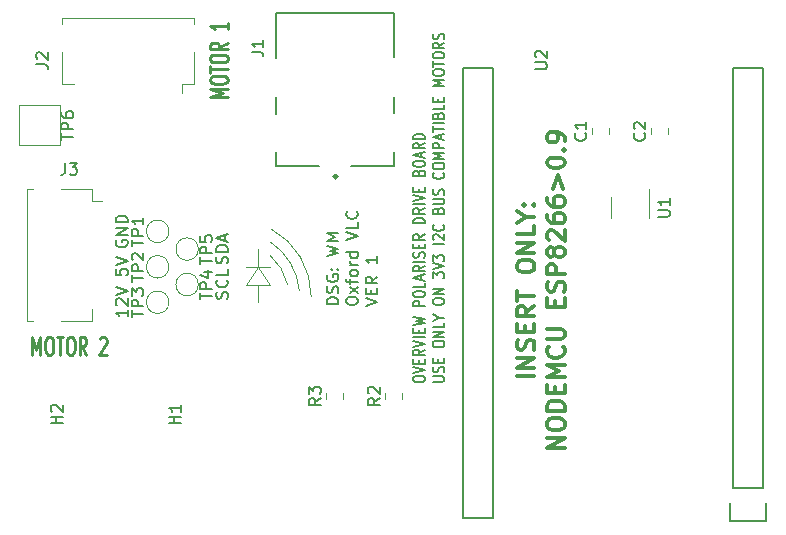
<source format=gbr>
G04 #@! TF.GenerationSoftware,KiCad,Pcbnew,5.1.5-52549c5~84~ubuntu18.04.1*
G04 #@! TF.CreationDate,2020-03-16T02:25:55+00:00*
G04 #@! TF.ProjectId,polariser_drive,706f6c61-7269-4736-9572-5f6472697665,rev?*
G04 #@! TF.SameCoordinates,Original*
G04 #@! TF.FileFunction,Legend,Top*
G04 #@! TF.FilePolarity,Positive*
%FSLAX46Y46*%
G04 Gerber Fmt 4.6, Leading zero omitted, Abs format (unit mm)*
G04 Created by KiCad (PCBNEW 5.1.5-52549c5~84~ubuntu18.04.1) date 2020-03-16 02:25:55*
%MOMM*%
%LPD*%
G04 APERTURE LIST*
%ADD10C,0.250000*%
%ADD11C,0.150000*%
%ADD12C,0.300000*%
%ADD13C,0.120000*%
%ADD14C,0.127000*%
G04 APERTURE END LIST*
D10*
X49400595Y-57428571D02*
X49400595Y-55928571D01*
X49733928Y-57000000D01*
X50067261Y-55928571D01*
X50067261Y-57428571D01*
X50733928Y-55928571D02*
X50924404Y-55928571D01*
X51019642Y-56000000D01*
X51114880Y-56142857D01*
X51162500Y-56428571D01*
X51162500Y-56928571D01*
X51114880Y-57214285D01*
X51019642Y-57357142D01*
X50924404Y-57428571D01*
X50733928Y-57428571D01*
X50638690Y-57357142D01*
X50543452Y-57214285D01*
X50495833Y-56928571D01*
X50495833Y-56428571D01*
X50543452Y-56142857D01*
X50638690Y-56000000D01*
X50733928Y-55928571D01*
X51448214Y-55928571D02*
X52019642Y-55928571D01*
X51733928Y-57428571D02*
X51733928Y-55928571D01*
X52543452Y-55928571D02*
X52733928Y-55928571D01*
X52829166Y-56000000D01*
X52924404Y-56142857D01*
X52972023Y-56428571D01*
X52972023Y-56928571D01*
X52924404Y-57214285D01*
X52829166Y-57357142D01*
X52733928Y-57428571D01*
X52543452Y-57428571D01*
X52448214Y-57357142D01*
X52352976Y-57214285D01*
X52305357Y-56928571D01*
X52305357Y-56428571D01*
X52352976Y-56142857D01*
X52448214Y-56000000D01*
X52543452Y-55928571D01*
X53972023Y-57428571D02*
X53638690Y-56714285D01*
X53400595Y-57428571D02*
X53400595Y-55928571D01*
X53781547Y-55928571D01*
X53876785Y-56000000D01*
X53924404Y-56071428D01*
X53972023Y-56214285D01*
X53972023Y-56428571D01*
X53924404Y-56571428D01*
X53876785Y-56642857D01*
X53781547Y-56714285D01*
X53400595Y-56714285D01*
X55114880Y-56071428D02*
X55162500Y-56000000D01*
X55257738Y-55928571D01*
X55495833Y-55928571D01*
X55591071Y-56000000D01*
X55638690Y-56071428D01*
X55686309Y-56214285D01*
X55686309Y-56357142D01*
X55638690Y-56571428D01*
X55067261Y-57428571D01*
X55686309Y-57428571D01*
X65928571Y-35599404D02*
X64428571Y-35599404D01*
X65500000Y-35266071D01*
X64428571Y-34932738D01*
X65928571Y-34932738D01*
X64428571Y-34266071D02*
X64428571Y-34075595D01*
X64500000Y-33980357D01*
X64642857Y-33885119D01*
X64928571Y-33837500D01*
X65428571Y-33837500D01*
X65714285Y-33885119D01*
X65857142Y-33980357D01*
X65928571Y-34075595D01*
X65928571Y-34266071D01*
X65857142Y-34361309D01*
X65714285Y-34456547D01*
X65428571Y-34504166D01*
X64928571Y-34504166D01*
X64642857Y-34456547D01*
X64500000Y-34361309D01*
X64428571Y-34266071D01*
X64428571Y-33551785D02*
X64428571Y-32980357D01*
X65928571Y-33266071D02*
X64428571Y-33266071D01*
X64428571Y-32456547D02*
X64428571Y-32266071D01*
X64500000Y-32170833D01*
X64642857Y-32075595D01*
X64928571Y-32027976D01*
X65428571Y-32027976D01*
X65714285Y-32075595D01*
X65857142Y-32170833D01*
X65928571Y-32266071D01*
X65928571Y-32456547D01*
X65857142Y-32551785D01*
X65714285Y-32647023D01*
X65428571Y-32694642D01*
X64928571Y-32694642D01*
X64642857Y-32647023D01*
X64500000Y-32551785D01*
X64428571Y-32456547D01*
X65928571Y-31027976D02*
X65214285Y-31361309D01*
X65928571Y-31599404D02*
X64428571Y-31599404D01*
X64428571Y-31218452D01*
X64500000Y-31123214D01*
X64571428Y-31075595D01*
X64714285Y-31027976D01*
X64928571Y-31027976D01*
X65071428Y-31075595D01*
X65142857Y-31123214D01*
X65214285Y-31218452D01*
X65214285Y-31599404D01*
X65928571Y-29313690D02*
X65928571Y-29885119D01*
X65928571Y-29599404D02*
X64428571Y-29599404D01*
X64642857Y-29694642D01*
X64785714Y-29789880D01*
X64857142Y-29885119D01*
D11*
X65904761Y-52690476D02*
X65952380Y-52547619D01*
X65952380Y-52309523D01*
X65904761Y-52214285D01*
X65857142Y-52166666D01*
X65761904Y-52119047D01*
X65666666Y-52119047D01*
X65571428Y-52166666D01*
X65523809Y-52214285D01*
X65476190Y-52309523D01*
X65428571Y-52500000D01*
X65380952Y-52595238D01*
X65333333Y-52642857D01*
X65238095Y-52690476D01*
X65142857Y-52690476D01*
X65047619Y-52642857D01*
X65000000Y-52595238D01*
X64952380Y-52500000D01*
X64952380Y-52261904D01*
X65000000Y-52119047D01*
X65857142Y-51119047D02*
X65904761Y-51166666D01*
X65952380Y-51309523D01*
X65952380Y-51404761D01*
X65904761Y-51547619D01*
X65809523Y-51642857D01*
X65714285Y-51690476D01*
X65523809Y-51738095D01*
X65380952Y-51738095D01*
X65190476Y-51690476D01*
X65095238Y-51642857D01*
X65000000Y-51547619D01*
X64952380Y-51404761D01*
X64952380Y-51309523D01*
X65000000Y-51166666D01*
X65047619Y-51119047D01*
X65952380Y-50214285D02*
X65952380Y-50690476D01*
X64952380Y-50690476D01*
D12*
X91903571Y-59250000D02*
X90403571Y-59250000D01*
X91903571Y-58535714D02*
X90403571Y-58535714D01*
X91903571Y-57678571D01*
X90403571Y-57678571D01*
X91832142Y-57035714D02*
X91903571Y-56821428D01*
X91903571Y-56464285D01*
X91832142Y-56321428D01*
X91760714Y-56250000D01*
X91617857Y-56178571D01*
X91475000Y-56178571D01*
X91332142Y-56250000D01*
X91260714Y-56321428D01*
X91189285Y-56464285D01*
X91117857Y-56750000D01*
X91046428Y-56892857D01*
X90975000Y-56964285D01*
X90832142Y-57035714D01*
X90689285Y-57035714D01*
X90546428Y-56964285D01*
X90475000Y-56892857D01*
X90403571Y-56750000D01*
X90403571Y-56392857D01*
X90475000Y-56178571D01*
X91117857Y-55535714D02*
X91117857Y-55035714D01*
X91903571Y-54821428D02*
X91903571Y-55535714D01*
X90403571Y-55535714D01*
X90403571Y-54821428D01*
X91903571Y-53321428D02*
X91189285Y-53821428D01*
X91903571Y-54178571D02*
X90403571Y-54178571D01*
X90403571Y-53607142D01*
X90475000Y-53464285D01*
X90546428Y-53392857D01*
X90689285Y-53321428D01*
X90903571Y-53321428D01*
X91046428Y-53392857D01*
X91117857Y-53464285D01*
X91189285Y-53607142D01*
X91189285Y-54178571D01*
X90403571Y-52892857D02*
X90403571Y-52035714D01*
X91903571Y-52464285D02*
X90403571Y-52464285D01*
X90403571Y-50107142D02*
X90403571Y-49821428D01*
X90475000Y-49678571D01*
X90617857Y-49535714D01*
X90903571Y-49464285D01*
X91403571Y-49464285D01*
X91689285Y-49535714D01*
X91832142Y-49678571D01*
X91903571Y-49821428D01*
X91903571Y-50107142D01*
X91832142Y-50250000D01*
X91689285Y-50392857D01*
X91403571Y-50464285D01*
X90903571Y-50464285D01*
X90617857Y-50392857D01*
X90475000Y-50250000D01*
X90403571Y-50107142D01*
X91903571Y-48821428D02*
X90403571Y-48821428D01*
X91903571Y-47964285D01*
X90403571Y-47964285D01*
X91903571Y-46535714D02*
X91903571Y-47250000D01*
X90403571Y-47250000D01*
X91189285Y-45750000D02*
X91903571Y-45750000D01*
X90403571Y-46250000D02*
X91189285Y-45750000D01*
X90403571Y-45250000D01*
X91760714Y-44750000D02*
X91832142Y-44678571D01*
X91903571Y-44750000D01*
X91832142Y-44821428D01*
X91760714Y-44750000D01*
X91903571Y-44750000D01*
X90975000Y-44750000D02*
X91046428Y-44678571D01*
X91117857Y-44750000D01*
X91046428Y-44821428D01*
X90975000Y-44750000D01*
X91117857Y-44750000D01*
X94453571Y-65321428D02*
X92953571Y-65321428D01*
X94453571Y-64464285D01*
X92953571Y-64464285D01*
X92953571Y-63464285D02*
X92953571Y-63178571D01*
X93025000Y-63035714D01*
X93167857Y-62892857D01*
X93453571Y-62821428D01*
X93953571Y-62821428D01*
X94239285Y-62892857D01*
X94382142Y-63035714D01*
X94453571Y-63178571D01*
X94453571Y-63464285D01*
X94382142Y-63607142D01*
X94239285Y-63750000D01*
X93953571Y-63821428D01*
X93453571Y-63821428D01*
X93167857Y-63750000D01*
X93025000Y-63607142D01*
X92953571Y-63464285D01*
X94453571Y-62178571D02*
X92953571Y-62178571D01*
X92953571Y-61821428D01*
X93025000Y-61607142D01*
X93167857Y-61464285D01*
X93310714Y-61392857D01*
X93596428Y-61321428D01*
X93810714Y-61321428D01*
X94096428Y-61392857D01*
X94239285Y-61464285D01*
X94382142Y-61607142D01*
X94453571Y-61821428D01*
X94453571Y-62178571D01*
X93667857Y-60678571D02*
X93667857Y-60178571D01*
X94453571Y-59964285D02*
X94453571Y-60678571D01*
X92953571Y-60678571D01*
X92953571Y-59964285D01*
X94453571Y-59321428D02*
X92953571Y-59321428D01*
X94025000Y-58821428D01*
X92953571Y-58321428D01*
X94453571Y-58321428D01*
X94310714Y-56750000D02*
X94382142Y-56821428D01*
X94453571Y-57035714D01*
X94453571Y-57178571D01*
X94382142Y-57392857D01*
X94239285Y-57535714D01*
X94096428Y-57607142D01*
X93810714Y-57678571D01*
X93596428Y-57678571D01*
X93310714Y-57607142D01*
X93167857Y-57535714D01*
X93025000Y-57392857D01*
X92953571Y-57178571D01*
X92953571Y-57035714D01*
X93025000Y-56821428D01*
X93096428Y-56750000D01*
X92953571Y-56107142D02*
X94167857Y-56107142D01*
X94310714Y-56035714D01*
X94382142Y-55964285D01*
X94453571Y-55821428D01*
X94453571Y-55535714D01*
X94382142Y-55392857D01*
X94310714Y-55321428D01*
X94167857Y-55250000D01*
X92953571Y-55250000D01*
X93667857Y-53392857D02*
X93667857Y-52892857D01*
X94453571Y-52678571D02*
X94453571Y-53392857D01*
X92953571Y-53392857D01*
X92953571Y-52678571D01*
X94382142Y-52107142D02*
X94453571Y-51892857D01*
X94453571Y-51535714D01*
X94382142Y-51392857D01*
X94310714Y-51321428D01*
X94167857Y-51250000D01*
X94025000Y-51250000D01*
X93882142Y-51321428D01*
X93810714Y-51392857D01*
X93739285Y-51535714D01*
X93667857Y-51821428D01*
X93596428Y-51964285D01*
X93525000Y-52035714D01*
X93382142Y-52107142D01*
X93239285Y-52107142D01*
X93096428Y-52035714D01*
X93025000Y-51964285D01*
X92953571Y-51821428D01*
X92953571Y-51464285D01*
X93025000Y-51250000D01*
X94453571Y-50607142D02*
X92953571Y-50607142D01*
X92953571Y-50035714D01*
X93025000Y-49892857D01*
X93096428Y-49821428D01*
X93239285Y-49750000D01*
X93453571Y-49750000D01*
X93596428Y-49821428D01*
X93667857Y-49892857D01*
X93739285Y-50035714D01*
X93739285Y-50607142D01*
X93596428Y-48892857D02*
X93525000Y-49035714D01*
X93453571Y-49107142D01*
X93310714Y-49178571D01*
X93239285Y-49178571D01*
X93096428Y-49107142D01*
X93025000Y-49035714D01*
X92953571Y-48892857D01*
X92953571Y-48607142D01*
X93025000Y-48464285D01*
X93096428Y-48392857D01*
X93239285Y-48321428D01*
X93310714Y-48321428D01*
X93453571Y-48392857D01*
X93525000Y-48464285D01*
X93596428Y-48607142D01*
X93596428Y-48892857D01*
X93667857Y-49035714D01*
X93739285Y-49107142D01*
X93882142Y-49178571D01*
X94167857Y-49178571D01*
X94310714Y-49107142D01*
X94382142Y-49035714D01*
X94453571Y-48892857D01*
X94453571Y-48607142D01*
X94382142Y-48464285D01*
X94310714Y-48392857D01*
X94167857Y-48321428D01*
X93882142Y-48321428D01*
X93739285Y-48392857D01*
X93667857Y-48464285D01*
X93596428Y-48607142D01*
X93096428Y-47750000D02*
X93025000Y-47678571D01*
X92953571Y-47535714D01*
X92953571Y-47178571D01*
X93025000Y-47035714D01*
X93096428Y-46964285D01*
X93239285Y-46892857D01*
X93382142Y-46892857D01*
X93596428Y-46964285D01*
X94453571Y-47821428D01*
X94453571Y-46892857D01*
X92953571Y-45607142D02*
X92953571Y-45892857D01*
X93025000Y-46035714D01*
X93096428Y-46107142D01*
X93310714Y-46250000D01*
X93596428Y-46321428D01*
X94167857Y-46321428D01*
X94310714Y-46250000D01*
X94382142Y-46178571D01*
X94453571Y-46035714D01*
X94453571Y-45750000D01*
X94382142Y-45607142D01*
X94310714Y-45535714D01*
X94167857Y-45464285D01*
X93810714Y-45464285D01*
X93667857Y-45535714D01*
X93596428Y-45607142D01*
X93525000Y-45750000D01*
X93525000Y-46035714D01*
X93596428Y-46178571D01*
X93667857Y-46250000D01*
X93810714Y-46321428D01*
X92953571Y-44178571D02*
X92953571Y-44464285D01*
X93025000Y-44607142D01*
X93096428Y-44678571D01*
X93310714Y-44821428D01*
X93596428Y-44892857D01*
X94167857Y-44892857D01*
X94310714Y-44821428D01*
X94382142Y-44750000D01*
X94453571Y-44607142D01*
X94453571Y-44321428D01*
X94382142Y-44178571D01*
X94310714Y-44107142D01*
X94167857Y-44035714D01*
X93810714Y-44035714D01*
X93667857Y-44107142D01*
X93596428Y-44178571D01*
X93525000Y-44321428D01*
X93525000Y-44607142D01*
X93596428Y-44750000D01*
X93667857Y-44821428D01*
X93810714Y-44892857D01*
X93453571Y-43392857D02*
X93882142Y-42250000D01*
X94310714Y-43392857D01*
X92953571Y-41250000D02*
X92953571Y-41107142D01*
X93025000Y-40964285D01*
X93096428Y-40892857D01*
X93239285Y-40821428D01*
X93525000Y-40750000D01*
X93882142Y-40750000D01*
X94167857Y-40821428D01*
X94310714Y-40892857D01*
X94382142Y-40964285D01*
X94453571Y-41107142D01*
X94453571Y-41250000D01*
X94382142Y-41392857D01*
X94310714Y-41464285D01*
X94167857Y-41535714D01*
X93882142Y-41607142D01*
X93525000Y-41607142D01*
X93239285Y-41535714D01*
X93096428Y-41464285D01*
X93025000Y-41392857D01*
X92953571Y-41250000D01*
X94310714Y-40107142D02*
X94382142Y-40035714D01*
X94453571Y-40107142D01*
X94382142Y-40178571D01*
X94310714Y-40107142D01*
X94453571Y-40107142D01*
X94453571Y-39321428D02*
X94453571Y-39035714D01*
X94382142Y-38892857D01*
X94310714Y-38821428D01*
X94096428Y-38678571D01*
X93810714Y-38607142D01*
X93239285Y-38607142D01*
X93096428Y-38678571D01*
X93025000Y-38750000D01*
X92953571Y-38892857D01*
X92953571Y-39178571D01*
X93025000Y-39321428D01*
X93096428Y-39392857D01*
X93239285Y-39464285D01*
X93596428Y-39464285D01*
X93739285Y-39392857D01*
X93810714Y-39321428D01*
X93882142Y-39178571D01*
X93882142Y-38892857D01*
X93810714Y-38750000D01*
X93739285Y-38678571D01*
X93596428Y-38607142D01*
D11*
X75302380Y-53164404D02*
X74302380Y-53164404D01*
X74302380Y-52926309D01*
X74350000Y-52783452D01*
X74445238Y-52688214D01*
X74540476Y-52640595D01*
X74730952Y-52592976D01*
X74873809Y-52592976D01*
X75064285Y-52640595D01*
X75159523Y-52688214D01*
X75254761Y-52783452D01*
X75302380Y-52926309D01*
X75302380Y-53164404D01*
X75254761Y-52212023D02*
X75302380Y-52069166D01*
X75302380Y-51831071D01*
X75254761Y-51735833D01*
X75207142Y-51688214D01*
X75111904Y-51640595D01*
X75016666Y-51640595D01*
X74921428Y-51688214D01*
X74873809Y-51735833D01*
X74826190Y-51831071D01*
X74778571Y-52021547D01*
X74730952Y-52116785D01*
X74683333Y-52164404D01*
X74588095Y-52212023D01*
X74492857Y-52212023D01*
X74397619Y-52164404D01*
X74350000Y-52116785D01*
X74302380Y-52021547D01*
X74302380Y-51783452D01*
X74350000Y-51640595D01*
X74350000Y-50688214D02*
X74302380Y-50783452D01*
X74302380Y-50926309D01*
X74350000Y-51069166D01*
X74445238Y-51164404D01*
X74540476Y-51212023D01*
X74730952Y-51259642D01*
X74873809Y-51259642D01*
X75064285Y-51212023D01*
X75159523Y-51164404D01*
X75254761Y-51069166D01*
X75302380Y-50926309D01*
X75302380Y-50831071D01*
X75254761Y-50688214D01*
X75207142Y-50640595D01*
X74873809Y-50640595D01*
X74873809Y-50831071D01*
X75207142Y-50212023D02*
X75254761Y-50164404D01*
X75302380Y-50212023D01*
X75254761Y-50259642D01*
X75207142Y-50212023D01*
X75302380Y-50212023D01*
X74683333Y-50212023D02*
X74730952Y-50164404D01*
X74778571Y-50212023D01*
X74730952Y-50259642D01*
X74683333Y-50212023D01*
X74778571Y-50212023D01*
X74302380Y-49069166D02*
X75302380Y-48831071D01*
X74588095Y-48640595D01*
X75302380Y-48450119D01*
X74302380Y-48212023D01*
X75302380Y-47831071D02*
X74302380Y-47831071D01*
X75016666Y-47497738D01*
X74302380Y-47164404D01*
X75302380Y-47164404D01*
X75952380Y-52973928D02*
X75952380Y-52783452D01*
X76000000Y-52688214D01*
X76095238Y-52592976D01*
X76285714Y-52545357D01*
X76619047Y-52545357D01*
X76809523Y-52592976D01*
X76904761Y-52688214D01*
X76952380Y-52783452D01*
X76952380Y-52973928D01*
X76904761Y-53069166D01*
X76809523Y-53164404D01*
X76619047Y-53212023D01*
X76285714Y-53212023D01*
X76095238Y-53164404D01*
X76000000Y-53069166D01*
X75952380Y-52973928D01*
X76952380Y-52212023D02*
X76285714Y-51688214D01*
X76285714Y-52212023D02*
X76952380Y-51688214D01*
X76285714Y-51450119D02*
X76285714Y-51069166D01*
X76952380Y-51307261D02*
X76095238Y-51307261D01*
X76000000Y-51259642D01*
X75952380Y-51164404D01*
X75952380Y-51069166D01*
X76952380Y-50592976D02*
X76904761Y-50688214D01*
X76857142Y-50735833D01*
X76761904Y-50783452D01*
X76476190Y-50783452D01*
X76380952Y-50735833D01*
X76333333Y-50688214D01*
X76285714Y-50592976D01*
X76285714Y-50450119D01*
X76333333Y-50354880D01*
X76380952Y-50307261D01*
X76476190Y-50259642D01*
X76761904Y-50259642D01*
X76857142Y-50307261D01*
X76904761Y-50354880D01*
X76952380Y-50450119D01*
X76952380Y-50592976D01*
X76952380Y-49831071D02*
X76285714Y-49831071D01*
X76476190Y-49831071D02*
X76380952Y-49783452D01*
X76333333Y-49735833D01*
X76285714Y-49640595D01*
X76285714Y-49545357D01*
X76952380Y-48783452D02*
X75952380Y-48783452D01*
X76904761Y-48783452D02*
X76952380Y-48878690D01*
X76952380Y-49069166D01*
X76904761Y-49164404D01*
X76857142Y-49212023D01*
X76761904Y-49259642D01*
X76476190Y-49259642D01*
X76380952Y-49212023D01*
X76333333Y-49164404D01*
X76285714Y-49069166D01*
X76285714Y-48878690D01*
X76333333Y-48783452D01*
X75952380Y-47688214D02*
X76952380Y-47354880D01*
X75952380Y-47021547D01*
X76952380Y-46212023D02*
X76952380Y-46688214D01*
X75952380Y-46688214D01*
X76857142Y-45307261D02*
X76904761Y-45354880D01*
X76952380Y-45497738D01*
X76952380Y-45592976D01*
X76904761Y-45735833D01*
X76809523Y-45831071D01*
X76714285Y-45878690D01*
X76523809Y-45926309D01*
X76380952Y-45926309D01*
X76190476Y-45878690D01*
X76095238Y-45831071D01*
X76000000Y-45735833D01*
X75952380Y-45592976D01*
X75952380Y-45497738D01*
X76000000Y-45354880D01*
X76047619Y-45307261D01*
X77602380Y-53307261D02*
X78602380Y-52973928D01*
X77602380Y-52640595D01*
X78078571Y-52307261D02*
X78078571Y-51973928D01*
X78602380Y-51831071D02*
X78602380Y-52307261D01*
X77602380Y-52307261D01*
X77602380Y-51831071D01*
X78602380Y-50831071D02*
X78126190Y-51164404D01*
X78602380Y-51402500D02*
X77602380Y-51402500D01*
X77602380Y-51021547D01*
X77650000Y-50926309D01*
X77697619Y-50878690D01*
X77792857Y-50831071D01*
X77935714Y-50831071D01*
X78030952Y-50878690D01*
X78078571Y-50926309D01*
X78126190Y-51021547D01*
X78126190Y-51402500D01*
X78602380Y-49116785D02*
X78602380Y-49688214D01*
X78602380Y-49402500D02*
X77602380Y-49402500D01*
X77745238Y-49497738D01*
X77840476Y-49592976D01*
X77888095Y-49688214D01*
X81627380Y-59559642D02*
X81627380Y-59407261D01*
X81675000Y-59331071D01*
X81770238Y-59254880D01*
X81960714Y-59216785D01*
X82294047Y-59216785D01*
X82484523Y-59254880D01*
X82579761Y-59331071D01*
X82627380Y-59407261D01*
X82627380Y-59559642D01*
X82579761Y-59635833D01*
X82484523Y-59712023D01*
X82294047Y-59750119D01*
X81960714Y-59750119D01*
X81770238Y-59712023D01*
X81675000Y-59635833D01*
X81627380Y-59559642D01*
X81627380Y-58988214D02*
X82627380Y-58721547D01*
X81627380Y-58454880D01*
X82103571Y-58188214D02*
X82103571Y-57921547D01*
X82627380Y-57807261D02*
X82627380Y-58188214D01*
X81627380Y-58188214D01*
X81627380Y-57807261D01*
X82627380Y-57007261D02*
X82151190Y-57273928D01*
X82627380Y-57464404D02*
X81627380Y-57464404D01*
X81627380Y-57159642D01*
X81675000Y-57083452D01*
X81722619Y-57045357D01*
X81817857Y-57007261D01*
X81960714Y-57007261D01*
X82055952Y-57045357D01*
X82103571Y-57083452D01*
X82151190Y-57159642D01*
X82151190Y-57464404D01*
X81627380Y-56778690D02*
X82627380Y-56512023D01*
X81627380Y-56245357D01*
X82627380Y-55978690D02*
X81627380Y-55978690D01*
X82103571Y-55597738D02*
X82103571Y-55331071D01*
X82627380Y-55216785D02*
X82627380Y-55597738D01*
X81627380Y-55597738D01*
X81627380Y-55216785D01*
X81627380Y-54950119D02*
X82627380Y-54759642D01*
X81913095Y-54607261D01*
X82627380Y-54454880D01*
X81627380Y-54264404D01*
X82627380Y-53350119D02*
X81627380Y-53350119D01*
X81627380Y-53045357D01*
X81675000Y-52969166D01*
X81722619Y-52931071D01*
X81817857Y-52892976D01*
X81960714Y-52892976D01*
X82055952Y-52931071D01*
X82103571Y-52969166D01*
X82151190Y-53045357D01*
X82151190Y-53350119D01*
X81627380Y-52397738D02*
X81627380Y-52245357D01*
X81675000Y-52169166D01*
X81770238Y-52092976D01*
X81960714Y-52054880D01*
X82294047Y-52054880D01*
X82484523Y-52092976D01*
X82579761Y-52169166D01*
X82627380Y-52245357D01*
X82627380Y-52397738D01*
X82579761Y-52473928D01*
X82484523Y-52550119D01*
X82294047Y-52588214D01*
X81960714Y-52588214D01*
X81770238Y-52550119D01*
X81675000Y-52473928D01*
X81627380Y-52397738D01*
X82627380Y-51331071D02*
X82627380Y-51712023D01*
X81627380Y-51712023D01*
X82341666Y-51102500D02*
X82341666Y-50721547D01*
X82627380Y-51178690D02*
X81627380Y-50912023D01*
X82627380Y-50645357D01*
X82627380Y-49921547D02*
X82151190Y-50188214D01*
X82627380Y-50378690D02*
X81627380Y-50378690D01*
X81627380Y-50073928D01*
X81675000Y-49997738D01*
X81722619Y-49959642D01*
X81817857Y-49921547D01*
X81960714Y-49921547D01*
X82055952Y-49959642D01*
X82103571Y-49997738D01*
X82151190Y-50073928D01*
X82151190Y-50378690D01*
X82627380Y-49578690D02*
X81627380Y-49578690D01*
X82579761Y-49235833D02*
X82627380Y-49121547D01*
X82627380Y-48931071D01*
X82579761Y-48854880D01*
X82532142Y-48816785D01*
X82436904Y-48778690D01*
X82341666Y-48778690D01*
X82246428Y-48816785D01*
X82198809Y-48854880D01*
X82151190Y-48931071D01*
X82103571Y-49083452D01*
X82055952Y-49159642D01*
X82008333Y-49197738D01*
X81913095Y-49235833D01*
X81817857Y-49235833D01*
X81722619Y-49197738D01*
X81675000Y-49159642D01*
X81627380Y-49083452D01*
X81627380Y-48892976D01*
X81675000Y-48778690D01*
X82103571Y-48435833D02*
X82103571Y-48169166D01*
X82627380Y-48054880D02*
X82627380Y-48435833D01*
X81627380Y-48435833D01*
X81627380Y-48054880D01*
X82627380Y-47254880D02*
X82151190Y-47521547D01*
X82627380Y-47712023D02*
X81627380Y-47712023D01*
X81627380Y-47407261D01*
X81675000Y-47331071D01*
X81722619Y-47292976D01*
X81817857Y-47254880D01*
X81960714Y-47254880D01*
X82055952Y-47292976D01*
X82103571Y-47331071D01*
X82151190Y-47407261D01*
X82151190Y-47712023D01*
X82627380Y-46302500D02*
X81627380Y-46302500D01*
X81627380Y-46112023D01*
X81675000Y-45997738D01*
X81770238Y-45921547D01*
X81865476Y-45883452D01*
X82055952Y-45845357D01*
X82198809Y-45845357D01*
X82389285Y-45883452D01*
X82484523Y-45921547D01*
X82579761Y-45997738D01*
X82627380Y-46112023D01*
X82627380Y-46302500D01*
X82627380Y-45045357D02*
X82151190Y-45312023D01*
X82627380Y-45502500D02*
X81627380Y-45502500D01*
X81627380Y-45197738D01*
X81675000Y-45121547D01*
X81722619Y-45083452D01*
X81817857Y-45045357D01*
X81960714Y-45045357D01*
X82055952Y-45083452D01*
X82103571Y-45121547D01*
X82151190Y-45197738D01*
X82151190Y-45502500D01*
X82627380Y-44702500D02*
X81627380Y-44702500D01*
X81627380Y-44435833D02*
X82627380Y-44169166D01*
X81627380Y-43902500D01*
X82103571Y-43635833D02*
X82103571Y-43369166D01*
X82627380Y-43254880D02*
X82627380Y-43635833D01*
X81627380Y-43635833D01*
X81627380Y-43254880D01*
X82103571Y-42035833D02*
X82151190Y-41921547D01*
X82198809Y-41883452D01*
X82294047Y-41845357D01*
X82436904Y-41845357D01*
X82532142Y-41883452D01*
X82579761Y-41921547D01*
X82627380Y-41997738D01*
X82627380Y-42302500D01*
X81627380Y-42302500D01*
X81627380Y-42035833D01*
X81675000Y-41959642D01*
X81722619Y-41921547D01*
X81817857Y-41883452D01*
X81913095Y-41883452D01*
X82008333Y-41921547D01*
X82055952Y-41959642D01*
X82103571Y-42035833D01*
X82103571Y-42302500D01*
X81627380Y-41350119D02*
X81627380Y-41197738D01*
X81675000Y-41121547D01*
X81770238Y-41045357D01*
X81960714Y-41007261D01*
X82294047Y-41007261D01*
X82484523Y-41045357D01*
X82579761Y-41121547D01*
X82627380Y-41197738D01*
X82627380Y-41350119D01*
X82579761Y-41426309D01*
X82484523Y-41502500D01*
X82294047Y-41540595D01*
X81960714Y-41540595D01*
X81770238Y-41502500D01*
X81675000Y-41426309D01*
X81627380Y-41350119D01*
X82341666Y-40702500D02*
X82341666Y-40321547D01*
X82627380Y-40778690D02*
X81627380Y-40512023D01*
X82627380Y-40245357D01*
X82627380Y-39521547D02*
X82151190Y-39788214D01*
X82627380Y-39978690D02*
X81627380Y-39978690D01*
X81627380Y-39673928D01*
X81675000Y-39597738D01*
X81722619Y-39559642D01*
X81817857Y-39521547D01*
X81960714Y-39521547D01*
X82055952Y-39559642D01*
X82103571Y-39597738D01*
X82151190Y-39673928D01*
X82151190Y-39978690D01*
X82627380Y-39178690D02*
X81627380Y-39178690D01*
X81627380Y-38988214D01*
X81675000Y-38873928D01*
X81770238Y-38797738D01*
X81865476Y-38759642D01*
X82055952Y-38721547D01*
X82198809Y-38721547D01*
X82389285Y-38759642D01*
X82484523Y-38797738D01*
X82579761Y-38873928D01*
X82627380Y-38988214D01*
X82627380Y-39178690D01*
X83277380Y-59712023D02*
X84086904Y-59712023D01*
X84182142Y-59673928D01*
X84229761Y-59635833D01*
X84277380Y-59559642D01*
X84277380Y-59407261D01*
X84229761Y-59331071D01*
X84182142Y-59292976D01*
X84086904Y-59254880D01*
X83277380Y-59254880D01*
X84229761Y-58912023D02*
X84277380Y-58797738D01*
X84277380Y-58607261D01*
X84229761Y-58531071D01*
X84182142Y-58492976D01*
X84086904Y-58454880D01*
X83991666Y-58454880D01*
X83896428Y-58492976D01*
X83848809Y-58531071D01*
X83801190Y-58607261D01*
X83753571Y-58759642D01*
X83705952Y-58835833D01*
X83658333Y-58873928D01*
X83563095Y-58912023D01*
X83467857Y-58912023D01*
X83372619Y-58873928D01*
X83325000Y-58835833D01*
X83277380Y-58759642D01*
X83277380Y-58569166D01*
X83325000Y-58454880D01*
X83753571Y-58112023D02*
X83753571Y-57845357D01*
X84277380Y-57731071D02*
X84277380Y-58112023D01*
X83277380Y-58112023D01*
X83277380Y-57731071D01*
X83277380Y-56626309D02*
X83277380Y-56473928D01*
X83325000Y-56397738D01*
X83420238Y-56321547D01*
X83610714Y-56283452D01*
X83944047Y-56283452D01*
X84134523Y-56321547D01*
X84229761Y-56397738D01*
X84277380Y-56473928D01*
X84277380Y-56626309D01*
X84229761Y-56702500D01*
X84134523Y-56778690D01*
X83944047Y-56816785D01*
X83610714Y-56816785D01*
X83420238Y-56778690D01*
X83325000Y-56702500D01*
X83277380Y-56626309D01*
X84277380Y-55940595D02*
X83277380Y-55940595D01*
X84277380Y-55483452D01*
X83277380Y-55483452D01*
X84277380Y-54721547D02*
X84277380Y-55102500D01*
X83277380Y-55102500D01*
X83801190Y-54302500D02*
X84277380Y-54302500D01*
X83277380Y-54569166D02*
X83801190Y-54302500D01*
X83277380Y-54035833D01*
X83277380Y-53007261D02*
X83277380Y-52854880D01*
X83325000Y-52778690D01*
X83420238Y-52702500D01*
X83610714Y-52664404D01*
X83944047Y-52664404D01*
X84134523Y-52702500D01*
X84229761Y-52778690D01*
X84277380Y-52854880D01*
X84277380Y-53007261D01*
X84229761Y-53083452D01*
X84134523Y-53159642D01*
X83944047Y-53197738D01*
X83610714Y-53197738D01*
X83420238Y-53159642D01*
X83325000Y-53083452D01*
X83277380Y-53007261D01*
X84277380Y-52321547D02*
X83277380Y-52321547D01*
X84277380Y-51864404D01*
X83277380Y-51864404D01*
X83277380Y-50950119D02*
X83277380Y-50454880D01*
X83658333Y-50721547D01*
X83658333Y-50607261D01*
X83705952Y-50531071D01*
X83753571Y-50492976D01*
X83848809Y-50454880D01*
X84086904Y-50454880D01*
X84182142Y-50492976D01*
X84229761Y-50531071D01*
X84277380Y-50607261D01*
X84277380Y-50835833D01*
X84229761Y-50912023D01*
X84182142Y-50950119D01*
X83277380Y-50226309D02*
X84277380Y-49959642D01*
X83277380Y-49692976D01*
X83277380Y-49502500D02*
X83277380Y-49007261D01*
X83658333Y-49273928D01*
X83658333Y-49159642D01*
X83705952Y-49083452D01*
X83753571Y-49045357D01*
X83848809Y-49007261D01*
X84086904Y-49007261D01*
X84182142Y-49045357D01*
X84229761Y-49083452D01*
X84277380Y-49159642D01*
X84277380Y-49388214D01*
X84229761Y-49464404D01*
X84182142Y-49502500D01*
X84277380Y-48054880D02*
X83277380Y-48054880D01*
X83372619Y-47712023D02*
X83325000Y-47673928D01*
X83277380Y-47597738D01*
X83277380Y-47407261D01*
X83325000Y-47331071D01*
X83372619Y-47292976D01*
X83467857Y-47254880D01*
X83563095Y-47254880D01*
X83705952Y-47292976D01*
X84277380Y-47750119D01*
X84277380Y-47254880D01*
X84182142Y-46454880D02*
X84229761Y-46492976D01*
X84277380Y-46607261D01*
X84277380Y-46683452D01*
X84229761Y-46797738D01*
X84134523Y-46873928D01*
X84039285Y-46912023D01*
X83848809Y-46950119D01*
X83705952Y-46950119D01*
X83515476Y-46912023D01*
X83420238Y-46873928D01*
X83325000Y-46797738D01*
X83277380Y-46683452D01*
X83277380Y-46607261D01*
X83325000Y-46492976D01*
X83372619Y-46454880D01*
X83753571Y-45235833D02*
X83801190Y-45121547D01*
X83848809Y-45083452D01*
X83944047Y-45045357D01*
X84086904Y-45045357D01*
X84182142Y-45083452D01*
X84229761Y-45121547D01*
X84277380Y-45197738D01*
X84277380Y-45502500D01*
X83277380Y-45502500D01*
X83277380Y-45235833D01*
X83325000Y-45159642D01*
X83372619Y-45121547D01*
X83467857Y-45083452D01*
X83563095Y-45083452D01*
X83658333Y-45121547D01*
X83705952Y-45159642D01*
X83753571Y-45235833D01*
X83753571Y-45502500D01*
X83277380Y-44702500D02*
X84086904Y-44702500D01*
X84182142Y-44664404D01*
X84229761Y-44626309D01*
X84277380Y-44550119D01*
X84277380Y-44397738D01*
X84229761Y-44321547D01*
X84182142Y-44283452D01*
X84086904Y-44245357D01*
X83277380Y-44245357D01*
X84229761Y-43902500D02*
X84277380Y-43788214D01*
X84277380Y-43597738D01*
X84229761Y-43521547D01*
X84182142Y-43483452D01*
X84086904Y-43445357D01*
X83991666Y-43445357D01*
X83896428Y-43483452D01*
X83848809Y-43521547D01*
X83801190Y-43597738D01*
X83753571Y-43750119D01*
X83705952Y-43826309D01*
X83658333Y-43864404D01*
X83563095Y-43902500D01*
X83467857Y-43902500D01*
X83372619Y-43864404D01*
X83325000Y-43826309D01*
X83277380Y-43750119D01*
X83277380Y-43559642D01*
X83325000Y-43445357D01*
X84182142Y-42035833D02*
X84229761Y-42073928D01*
X84277380Y-42188214D01*
X84277380Y-42264404D01*
X84229761Y-42378690D01*
X84134523Y-42454880D01*
X84039285Y-42492976D01*
X83848809Y-42531071D01*
X83705952Y-42531071D01*
X83515476Y-42492976D01*
X83420238Y-42454880D01*
X83325000Y-42378690D01*
X83277380Y-42264404D01*
X83277380Y-42188214D01*
X83325000Y-42073928D01*
X83372619Y-42035833D01*
X83277380Y-41540595D02*
X83277380Y-41388214D01*
X83325000Y-41312023D01*
X83420238Y-41235833D01*
X83610714Y-41197738D01*
X83944047Y-41197738D01*
X84134523Y-41235833D01*
X84229761Y-41312023D01*
X84277380Y-41388214D01*
X84277380Y-41540595D01*
X84229761Y-41616785D01*
X84134523Y-41692976D01*
X83944047Y-41731071D01*
X83610714Y-41731071D01*
X83420238Y-41692976D01*
X83325000Y-41616785D01*
X83277380Y-41540595D01*
X84277380Y-40854880D02*
X83277380Y-40854880D01*
X83991666Y-40588214D01*
X83277380Y-40321547D01*
X84277380Y-40321547D01*
X84277380Y-39940595D02*
X83277380Y-39940595D01*
X83277380Y-39635833D01*
X83325000Y-39559642D01*
X83372619Y-39521547D01*
X83467857Y-39483452D01*
X83610714Y-39483452D01*
X83705952Y-39521547D01*
X83753571Y-39559642D01*
X83801190Y-39635833D01*
X83801190Y-39940595D01*
X83991666Y-39178690D02*
X83991666Y-38797738D01*
X84277380Y-39254880D02*
X83277380Y-38988214D01*
X84277380Y-38721547D01*
X83277380Y-38569166D02*
X83277380Y-38112023D01*
X84277380Y-38340595D02*
X83277380Y-38340595D01*
X84277380Y-37845357D02*
X83277380Y-37845357D01*
X83753571Y-37197738D02*
X83801190Y-37083452D01*
X83848809Y-37045357D01*
X83944047Y-37007261D01*
X84086904Y-37007261D01*
X84182142Y-37045357D01*
X84229761Y-37083452D01*
X84277380Y-37159642D01*
X84277380Y-37464404D01*
X83277380Y-37464404D01*
X83277380Y-37197738D01*
X83325000Y-37121547D01*
X83372619Y-37083452D01*
X83467857Y-37045357D01*
X83563095Y-37045357D01*
X83658333Y-37083452D01*
X83705952Y-37121547D01*
X83753571Y-37197738D01*
X83753571Y-37464404D01*
X84277380Y-36283452D02*
X84277380Y-36664404D01*
X83277380Y-36664404D01*
X83753571Y-36016785D02*
X83753571Y-35750119D01*
X84277380Y-35635833D02*
X84277380Y-36016785D01*
X83277380Y-36016785D01*
X83277380Y-35635833D01*
X84277380Y-34683452D02*
X83277380Y-34683452D01*
X83991666Y-34416785D01*
X83277380Y-34150119D01*
X84277380Y-34150119D01*
X83277380Y-33616785D02*
X83277380Y-33464404D01*
X83325000Y-33388214D01*
X83420238Y-33312023D01*
X83610714Y-33273928D01*
X83944047Y-33273928D01*
X84134523Y-33312023D01*
X84229761Y-33388214D01*
X84277380Y-33464404D01*
X84277380Y-33616785D01*
X84229761Y-33692976D01*
X84134523Y-33769166D01*
X83944047Y-33807261D01*
X83610714Y-33807261D01*
X83420238Y-33769166D01*
X83325000Y-33692976D01*
X83277380Y-33616785D01*
X83277380Y-33045357D02*
X83277380Y-32588214D01*
X84277380Y-32816785D02*
X83277380Y-32816785D01*
X83277380Y-32169166D02*
X83277380Y-32016785D01*
X83325000Y-31940595D01*
X83420238Y-31864404D01*
X83610714Y-31826309D01*
X83944047Y-31826309D01*
X84134523Y-31864404D01*
X84229761Y-31940595D01*
X84277380Y-32016785D01*
X84277380Y-32169166D01*
X84229761Y-32245357D01*
X84134523Y-32321547D01*
X83944047Y-32359642D01*
X83610714Y-32359642D01*
X83420238Y-32321547D01*
X83325000Y-32245357D01*
X83277380Y-32169166D01*
X84277380Y-31026309D02*
X83801190Y-31292976D01*
X84277380Y-31483452D02*
X83277380Y-31483452D01*
X83277380Y-31178690D01*
X83325000Y-31102500D01*
X83372619Y-31064404D01*
X83467857Y-31026309D01*
X83610714Y-31026309D01*
X83705952Y-31064404D01*
X83753571Y-31102500D01*
X83801190Y-31178690D01*
X83801190Y-31483452D01*
X84229761Y-30721547D02*
X84277380Y-30607261D01*
X84277380Y-30416785D01*
X84229761Y-30340595D01*
X84182142Y-30302500D01*
X84086904Y-30264404D01*
X83991666Y-30264404D01*
X83896428Y-30302500D01*
X83848809Y-30340595D01*
X83801190Y-30416785D01*
X83753571Y-30569166D01*
X83705952Y-30645357D01*
X83658333Y-30683452D01*
X83563095Y-30721547D01*
X83467857Y-30721547D01*
X83372619Y-30683452D01*
X83325000Y-30645357D01*
X83277380Y-30569166D01*
X83277380Y-30378690D01*
X83325000Y-30264404D01*
X65904761Y-49714285D02*
X65952380Y-49571428D01*
X65952380Y-49333333D01*
X65904761Y-49238095D01*
X65857142Y-49190476D01*
X65761904Y-49142857D01*
X65666666Y-49142857D01*
X65571428Y-49190476D01*
X65523809Y-49238095D01*
X65476190Y-49333333D01*
X65428571Y-49523809D01*
X65380952Y-49619047D01*
X65333333Y-49666666D01*
X65238095Y-49714285D01*
X65142857Y-49714285D01*
X65047619Y-49666666D01*
X65000000Y-49619047D01*
X64952380Y-49523809D01*
X64952380Y-49285714D01*
X65000000Y-49142857D01*
X65952380Y-48714285D02*
X64952380Y-48714285D01*
X64952380Y-48476190D01*
X65000000Y-48333333D01*
X65095238Y-48238095D01*
X65190476Y-48190476D01*
X65380952Y-48142857D01*
X65523809Y-48142857D01*
X65714285Y-48190476D01*
X65809523Y-48238095D01*
X65904761Y-48333333D01*
X65952380Y-48476190D01*
X65952380Y-48714285D01*
X65666666Y-47761904D02*
X65666666Y-47285714D01*
X65952380Y-47857142D02*
X64952380Y-47523809D01*
X65952380Y-47190476D01*
X56500000Y-47761904D02*
X56452380Y-47857142D01*
X56452380Y-48000000D01*
X56500000Y-48142857D01*
X56595238Y-48238095D01*
X56690476Y-48285714D01*
X56880952Y-48333333D01*
X57023809Y-48333333D01*
X57214285Y-48285714D01*
X57309523Y-48238095D01*
X57404761Y-48142857D01*
X57452380Y-48000000D01*
X57452380Y-47904761D01*
X57404761Y-47761904D01*
X57357142Y-47714285D01*
X57023809Y-47714285D01*
X57023809Y-47904761D01*
X57452380Y-47285714D02*
X56452380Y-47285714D01*
X57452380Y-46714285D01*
X56452380Y-46714285D01*
X57452380Y-46238095D02*
X56452380Y-46238095D01*
X56452380Y-46000000D01*
X56500000Y-45857142D01*
X56595238Y-45761904D01*
X56690476Y-45714285D01*
X56880952Y-45666666D01*
X57023809Y-45666666D01*
X57214285Y-45714285D01*
X57309523Y-45761904D01*
X57404761Y-45857142D01*
X57452380Y-46000000D01*
X57452380Y-46238095D01*
X56452380Y-50190476D02*
X56452380Y-50666666D01*
X56928571Y-50714285D01*
X56880952Y-50666666D01*
X56833333Y-50571428D01*
X56833333Y-50333333D01*
X56880952Y-50238095D01*
X56928571Y-50190476D01*
X57023809Y-50142857D01*
X57261904Y-50142857D01*
X57357142Y-50190476D01*
X57404761Y-50238095D01*
X57452380Y-50333333D01*
X57452380Y-50571428D01*
X57404761Y-50666666D01*
X57357142Y-50714285D01*
X56452380Y-49857142D02*
X57452380Y-49523809D01*
X56452380Y-49190476D01*
X57452380Y-53619047D02*
X57452380Y-54190476D01*
X57452380Y-53904761D02*
X56452380Y-53904761D01*
X56595238Y-54000000D01*
X56690476Y-54095238D01*
X56738095Y-54190476D01*
X56547619Y-53238095D02*
X56500000Y-53190476D01*
X56452380Y-53095238D01*
X56452380Y-52857142D01*
X56500000Y-52761904D01*
X56547619Y-52714285D01*
X56642857Y-52666666D01*
X56738095Y-52666666D01*
X56880952Y-52714285D01*
X57452380Y-53285714D01*
X57452380Y-52666666D01*
X56452380Y-52380952D02*
X57452380Y-52047619D01*
X56452380Y-51714285D01*
D13*
X69612539Y-46793679D02*
G75*
G02X73000000Y-52500000I-3112539J-5706321D01*
G01*
X69563432Y-47904854D02*
G75*
G02X71999999Y-52000001I-3063432J-4595146D01*
G01*
X69499999Y-49000001D02*
G75*
G02X70999999Y-51500001I-2999999J-3499999D01*
G01*
X68500000Y-48500000D02*
X68500000Y-50000000D01*
X68500000Y-51500000D02*
X68500000Y-53000000D01*
X67500000Y-50000000D02*
X69500000Y-50000000D01*
X68500000Y-50000000D02*
X67500000Y-51500000D01*
X69500000Y-51500000D02*
X68500000Y-50000000D01*
X67500000Y-51500000D02*
X69500000Y-51500000D01*
X48915000Y-54610000D02*
X49465000Y-54610000D01*
X48915000Y-43390000D02*
X48915000Y-54610000D01*
X49465000Y-43390000D02*
X48915000Y-43390000D01*
X54485000Y-54610000D02*
X54485000Y-53560000D01*
X51785000Y-54610000D02*
X54485000Y-54610000D01*
X54485000Y-44440000D02*
X55275000Y-44440000D01*
X54485000Y-43390000D02*
X54485000Y-44440000D01*
X51785000Y-43390000D02*
X54485000Y-43390000D01*
D11*
X85870000Y-33170000D02*
X85870000Y-71270000D01*
X85870000Y-71270000D02*
X88410000Y-71270000D01*
X88410000Y-71270000D02*
X88410000Y-33170000D01*
X88410000Y-33170000D02*
X85870000Y-33170000D01*
X111550000Y-71550000D02*
X108450000Y-71550000D01*
X111550000Y-70000000D02*
X111550000Y-71550000D01*
X108730000Y-68730000D02*
X111270000Y-68730000D01*
X108450000Y-71550000D02*
X108450000Y-70000000D01*
X108730000Y-33170000D02*
X108730000Y-68730000D01*
X111270000Y-33170000D02*
X108730000Y-33170000D01*
X111270000Y-68730000D02*
X111270000Y-33170000D01*
D13*
X63450000Y-48500000D02*
G75*
G03X63450000Y-48500000I-950000J0D01*
G01*
X63450000Y-51500000D02*
G75*
G03X63450000Y-51500000I-950000J0D01*
G01*
X60950000Y-53000000D02*
G75*
G03X60950000Y-53000000I-950000J0D01*
G01*
X60950000Y-50000000D02*
G75*
G03X60950000Y-50000000I-950000J0D01*
G01*
X60950000Y-47000000D02*
G75*
G03X60950000Y-47000000I-950000J0D01*
G01*
X48300000Y-36300000D02*
X51700000Y-36300000D01*
X48300000Y-39700000D02*
X48300000Y-36300000D01*
X51700000Y-39700000D02*
X48300000Y-39700000D01*
X51700000Y-36300000D02*
X51700000Y-39700000D01*
X101610000Y-45900000D02*
X101610000Y-43450000D01*
X98390000Y-44100000D02*
X98390000Y-45900000D01*
X75710000Y-61196078D02*
X75710000Y-60678922D01*
X74290000Y-61196078D02*
X74290000Y-60678922D01*
X80710000Y-61196078D02*
X80710000Y-60678922D01*
X79290000Y-61196078D02*
X79290000Y-60678922D01*
X51890000Y-28915000D02*
X51890000Y-29465000D01*
X63110000Y-28915000D02*
X51890000Y-28915000D01*
X63110000Y-29465000D02*
X63110000Y-28915000D01*
X51890000Y-34485000D02*
X52940000Y-34485000D01*
X51890000Y-31785000D02*
X51890000Y-34485000D01*
X62060000Y-34485000D02*
X62060000Y-35275000D01*
X63110000Y-34485000D02*
X62060000Y-34485000D01*
X63110000Y-31785000D02*
X63110000Y-34485000D01*
D12*
X75150000Y-42350000D02*
G75*
G03X75150000Y-42350000I-100000J0D01*
G01*
D14*
X70000000Y-35600000D02*
X70000000Y-37100000D01*
X70000000Y-41500000D02*
X70000000Y-40300000D01*
X73650000Y-41500000D02*
X70000000Y-41500000D01*
X80000000Y-41500000D02*
X76350000Y-41500000D01*
X80000000Y-40300000D02*
X80000000Y-41500000D01*
X80000000Y-35600000D02*
X80000000Y-37000000D01*
X70000000Y-28500000D02*
X70000000Y-32300000D01*
X80000000Y-28500000D02*
X70000000Y-28500000D01*
X80000000Y-32200000D02*
X80000000Y-28500000D01*
D13*
X103210000Y-38786252D02*
X103210000Y-38263748D01*
X101790000Y-38786252D02*
X101790000Y-38263748D01*
X98210000Y-38786252D02*
X98210000Y-38263748D01*
X96790000Y-38786252D02*
X96790000Y-38263748D01*
D11*
X52166666Y-41202380D02*
X52166666Y-41916666D01*
X52119047Y-42059523D01*
X52023809Y-42154761D01*
X51880952Y-42202380D01*
X51785714Y-42202380D01*
X52547619Y-41202380D02*
X53166666Y-41202380D01*
X52833333Y-41583333D01*
X52976190Y-41583333D01*
X53071428Y-41630952D01*
X53119047Y-41678571D01*
X53166666Y-41773809D01*
X53166666Y-42011904D01*
X53119047Y-42107142D01*
X53071428Y-42154761D01*
X52976190Y-42202380D01*
X52690476Y-42202380D01*
X52595238Y-42154761D01*
X52547619Y-42107142D01*
X51952380Y-63261904D02*
X50952380Y-63261904D01*
X51428571Y-63261904D02*
X51428571Y-62690476D01*
X51952380Y-62690476D02*
X50952380Y-62690476D01*
X51047619Y-62261904D02*
X51000000Y-62214285D01*
X50952380Y-62119047D01*
X50952380Y-61880952D01*
X51000000Y-61785714D01*
X51047619Y-61738095D01*
X51142857Y-61690476D01*
X51238095Y-61690476D01*
X51380952Y-61738095D01*
X51952380Y-62309523D01*
X51952380Y-61690476D01*
X61952380Y-63261904D02*
X60952380Y-63261904D01*
X61428571Y-63261904D02*
X61428571Y-62690476D01*
X61952380Y-62690476D02*
X60952380Y-62690476D01*
X61952380Y-61690476D02*
X61952380Y-62261904D01*
X61952380Y-61976190D02*
X60952380Y-61976190D01*
X61095238Y-62071428D01*
X61190476Y-62166666D01*
X61238095Y-62261904D01*
X91952380Y-33261904D02*
X92761904Y-33261904D01*
X92857142Y-33214285D01*
X92904761Y-33166666D01*
X92952380Y-33071428D01*
X92952380Y-32880952D01*
X92904761Y-32785714D01*
X92857142Y-32738095D01*
X92761904Y-32690476D01*
X91952380Y-32690476D01*
X92047619Y-32261904D02*
X92000000Y-32214285D01*
X91952380Y-32119047D01*
X91952380Y-31880952D01*
X92000000Y-31785714D01*
X92047619Y-31738095D01*
X92142857Y-31690476D01*
X92238095Y-31690476D01*
X92380952Y-31738095D01*
X92952380Y-32309523D01*
X92952380Y-31690476D01*
X63600380Y-49761904D02*
X63600380Y-49190476D01*
X64600380Y-49476190D02*
X63600380Y-49476190D01*
X64600380Y-48857142D02*
X63600380Y-48857142D01*
X63600380Y-48476190D01*
X63648000Y-48380952D01*
X63695619Y-48333333D01*
X63790857Y-48285714D01*
X63933714Y-48285714D01*
X64028952Y-48333333D01*
X64076571Y-48380952D01*
X64124190Y-48476190D01*
X64124190Y-48857142D01*
X63600380Y-47380952D02*
X63600380Y-47857142D01*
X64076571Y-47904761D01*
X64028952Y-47857142D01*
X63981333Y-47761904D01*
X63981333Y-47523809D01*
X64028952Y-47428571D01*
X64076571Y-47380952D01*
X64171809Y-47333333D01*
X64409904Y-47333333D01*
X64505142Y-47380952D01*
X64552761Y-47428571D01*
X64600380Y-47523809D01*
X64600380Y-47761904D01*
X64552761Y-47857142D01*
X64505142Y-47904761D01*
X63600380Y-52761904D02*
X63600380Y-52190476D01*
X64600380Y-52476190D02*
X63600380Y-52476190D01*
X64600380Y-51857142D02*
X63600380Y-51857142D01*
X63600380Y-51476190D01*
X63648000Y-51380952D01*
X63695619Y-51333333D01*
X63790857Y-51285714D01*
X63933714Y-51285714D01*
X64028952Y-51333333D01*
X64076571Y-51380952D01*
X64124190Y-51476190D01*
X64124190Y-51857142D01*
X63933714Y-50428571D02*
X64600380Y-50428571D01*
X63552761Y-50666666D02*
X64267047Y-50904761D01*
X64267047Y-50285714D01*
X57804380Y-54261904D02*
X57804380Y-53690476D01*
X58804380Y-53976190D02*
X57804380Y-53976190D01*
X58804380Y-53357142D02*
X57804380Y-53357142D01*
X57804380Y-52976190D01*
X57852000Y-52880952D01*
X57899619Y-52833333D01*
X57994857Y-52785714D01*
X58137714Y-52785714D01*
X58232952Y-52833333D01*
X58280571Y-52880952D01*
X58328190Y-52976190D01*
X58328190Y-53357142D01*
X57804380Y-52452380D02*
X57804380Y-51833333D01*
X58185333Y-52166666D01*
X58185333Y-52023809D01*
X58232952Y-51928571D01*
X58280571Y-51880952D01*
X58375809Y-51833333D01*
X58613904Y-51833333D01*
X58709142Y-51880952D01*
X58756761Y-51928571D01*
X58804380Y-52023809D01*
X58804380Y-52309523D01*
X58756761Y-52404761D01*
X58709142Y-52452380D01*
X57804380Y-51261904D02*
X57804380Y-50690476D01*
X58804380Y-50976190D02*
X57804380Y-50976190D01*
X58804380Y-50357142D02*
X57804380Y-50357142D01*
X57804380Y-49976190D01*
X57852000Y-49880952D01*
X57899619Y-49833333D01*
X57994857Y-49785714D01*
X58137714Y-49785714D01*
X58232952Y-49833333D01*
X58280571Y-49880952D01*
X58328190Y-49976190D01*
X58328190Y-50357142D01*
X57899619Y-49404761D02*
X57852000Y-49357142D01*
X57804380Y-49261904D01*
X57804380Y-49023809D01*
X57852000Y-48928571D01*
X57899619Y-48880952D01*
X57994857Y-48833333D01*
X58090095Y-48833333D01*
X58232952Y-48880952D01*
X58804380Y-49452380D01*
X58804380Y-48833333D01*
X57804380Y-48261904D02*
X57804380Y-47690476D01*
X58804380Y-47976190D02*
X57804380Y-47976190D01*
X58804380Y-47357142D02*
X57804380Y-47357142D01*
X57804380Y-46976190D01*
X57852000Y-46880952D01*
X57899619Y-46833333D01*
X57994857Y-46785714D01*
X58137714Y-46785714D01*
X58232952Y-46833333D01*
X58280571Y-46880952D01*
X58328190Y-46976190D01*
X58328190Y-47357142D01*
X58804380Y-45833333D02*
X58804380Y-46404761D01*
X58804380Y-46119047D02*
X57804380Y-46119047D01*
X57947238Y-46214285D01*
X58042476Y-46309523D01*
X58090095Y-46404761D01*
X51850380Y-39261904D02*
X51850380Y-38690476D01*
X52850380Y-38976190D02*
X51850380Y-38976190D01*
X52850380Y-38357142D02*
X51850380Y-38357142D01*
X51850380Y-37976190D01*
X51898000Y-37880952D01*
X51945619Y-37833333D01*
X52040857Y-37785714D01*
X52183714Y-37785714D01*
X52278952Y-37833333D01*
X52326571Y-37880952D01*
X52374190Y-37976190D01*
X52374190Y-38357142D01*
X51850380Y-36928571D02*
X51850380Y-37119047D01*
X51898000Y-37214285D01*
X51945619Y-37261904D01*
X52088476Y-37357142D01*
X52278952Y-37404761D01*
X52659904Y-37404761D01*
X52755142Y-37357142D01*
X52802761Y-37309523D01*
X52850380Y-37214285D01*
X52850380Y-37023809D01*
X52802761Y-36928571D01*
X52755142Y-36880952D01*
X52659904Y-36833333D01*
X52421809Y-36833333D01*
X52326571Y-36880952D01*
X52278952Y-36928571D01*
X52231333Y-37023809D01*
X52231333Y-37214285D01*
X52278952Y-37309523D01*
X52326571Y-37357142D01*
X52421809Y-37404761D01*
X102352380Y-45761904D02*
X103161904Y-45761904D01*
X103257142Y-45714285D01*
X103304761Y-45666666D01*
X103352380Y-45571428D01*
X103352380Y-45380952D01*
X103304761Y-45285714D01*
X103257142Y-45238095D01*
X103161904Y-45190476D01*
X102352380Y-45190476D01*
X103352380Y-44190476D02*
X103352380Y-44761904D01*
X103352380Y-44476190D02*
X102352380Y-44476190D01*
X102495238Y-44571428D01*
X102590476Y-44666666D01*
X102638095Y-44761904D01*
X73802380Y-61104166D02*
X73326190Y-61437500D01*
X73802380Y-61675595D02*
X72802380Y-61675595D01*
X72802380Y-61294642D01*
X72850000Y-61199404D01*
X72897619Y-61151785D01*
X72992857Y-61104166D01*
X73135714Y-61104166D01*
X73230952Y-61151785D01*
X73278571Y-61199404D01*
X73326190Y-61294642D01*
X73326190Y-61675595D01*
X72802380Y-60770833D02*
X72802380Y-60151785D01*
X73183333Y-60485119D01*
X73183333Y-60342261D01*
X73230952Y-60247023D01*
X73278571Y-60199404D01*
X73373809Y-60151785D01*
X73611904Y-60151785D01*
X73707142Y-60199404D01*
X73754761Y-60247023D01*
X73802380Y-60342261D01*
X73802380Y-60627976D01*
X73754761Y-60723214D01*
X73707142Y-60770833D01*
X78802380Y-61104166D02*
X78326190Y-61437500D01*
X78802380Y-61675595D02*
X77802380Y-61675595D01*
X77802380Y-61294642D01*
X77850000Y-61199404D01*
X77897619Y-61151785D01*
X77992857Y-61104166D01*
X78135714Y-61104166D01*
X78230952Y-61151785D01*
X78278571Y-61199404D01*
X78326190Y-61294642D01*
X78326190Y-61675595D01*
X77897619Y-60723214D02*
X77850000Y-60675595D01*
X77802380Y-60580357D01*
X77802380Y-60342261D01*
X77850000Y-60247023D01*
X77897619Y-60199404D01*
X77992857Y-60151785D01*
X78088095Y-60151785D01*
X78230952Y-60199404D01*
X78802380Y-60770833D01*
X78802380Y-60151785D01*
X49702380Y-32833333D02*
X50416666Y-32833333D01*
X50559523Y-32880952D01*
X50654761Y-32976190D01*
X50702380Y-33119047D01*
X50702380Y-33214285D01*
X49797619Y-32404761D02*
X49750000Y-32357142D01*
X49702380Y-32261904D01*
X49702380Y-32023809D01*
X49750000Y-31928571D01*
X49797619Y-31880952D01*
X49892857Y-31833333D01*
X49988095Y-31833333D01*
X50130952Y-31880952D01*
X50702380Y-32452380D01*
X50702380Y-31833333D01*
X67952380Y-31808333D02*
X68666666Y-31808333D01*
X68809523Y-31855952D01*
X68904761Y-31951190D01*
X68952380Y-32094047D01*
X68952380Y-32189285D01*
X68952380Y-30808333D02*
X68952380Y-31379761D01*
X68952380Y-31094047D02*
X67952380Y-31094047D01*
X68095238Y-31189285D01*
X68190476Y-31284523D01*
X68238095Y-31379761D01*
X101207142Y-38691666D02*
X101254761Y-38739285D01*
X101302380Y-38882142D01*
X101302380Y-38977380D01*
X101254761Y-39120238D01*
X101159523Y-39215476D01*
X101064285Y-39263095D01*
X100873809Y-39310714D01*
X100730952Y-39310714D01*
X100540476Y-39263095D01*
X100445238Y-39215476D01*
X100350000Y-39120238D01*
X100302380Y-38977380D01*
X100302380Y-38882142D01*
X100350000Y-38739285D01*
X100397619Y-38691666D01*
X100397619Y-38310714D02*
X100350000Y-38263095D01*
X100302380Y-38167857D01*
X100302380Y-37929761D01*
X100350000Y-37834523D01*
X100397619Y-37786904D01*
X100492857Y-37739285D01*
X100588095Y-37739285D01*
X100730952Y-37786904D01*
X101302380Y-38358333D01*
X101302380Y-37739285D01*
X96207142Y-38691666D02*
X96254761Y-38739285D01*
X96302380Y-38882142D01*
X96302380Y-38977380D01*
X96254761Y-39120238D01*
X96159523Y-39215476D01*
X96064285Y-39263095D01*
X95873809Y-39310714D01*
X95730952Y-39310714D01*
X95540476Y-39263095D01*
X95445238Y-39215476D01*
X95350000Y-39120238D01*
X95302380Y-38977380D01*
X95302380Y-38882142D01*
X95350000Y-38739285D01*
X95397619Y-38691666D01*
X96302380Y-37739285D02*
X96302380Y-38310714D01*
X96302380Y-38025000D02*
X95302380Y-38025000D01*
X95445238Y-38120238D01*
X95540476Y-38215476D01*
X95588095Y-38310714D01*
M02*

</source>
